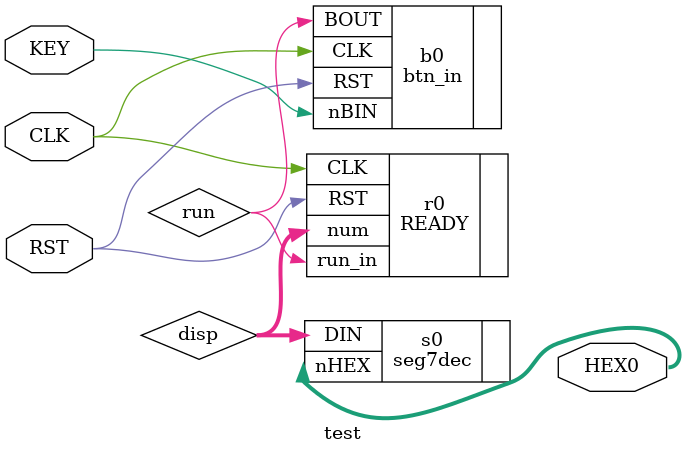
<source format=v>
module test(
    input CLK,RST,
    input  KEY,
    output [6:0]HEX0

);

wire  run;
wire  [3:0] disp;

btn_in  b0 (.CLK(CLK), .RST(RST), .nBIN(KEY), .BOUT(run)) ;

//rand  r0 (.CLK(CLK), .RST(RST), .run_in(run), .num(disp));

//cnt1msec r0 (.CLK(CLK), .RST(RST), .run_out(disp),.run_in(run));

READY r0 (.CLK(CLK), .RST(RST), .run_in(run), .num(disp));

seg7dec  s0 ( .DIN(disp), .nHEX(HEX0) );



endmodule
</source>
